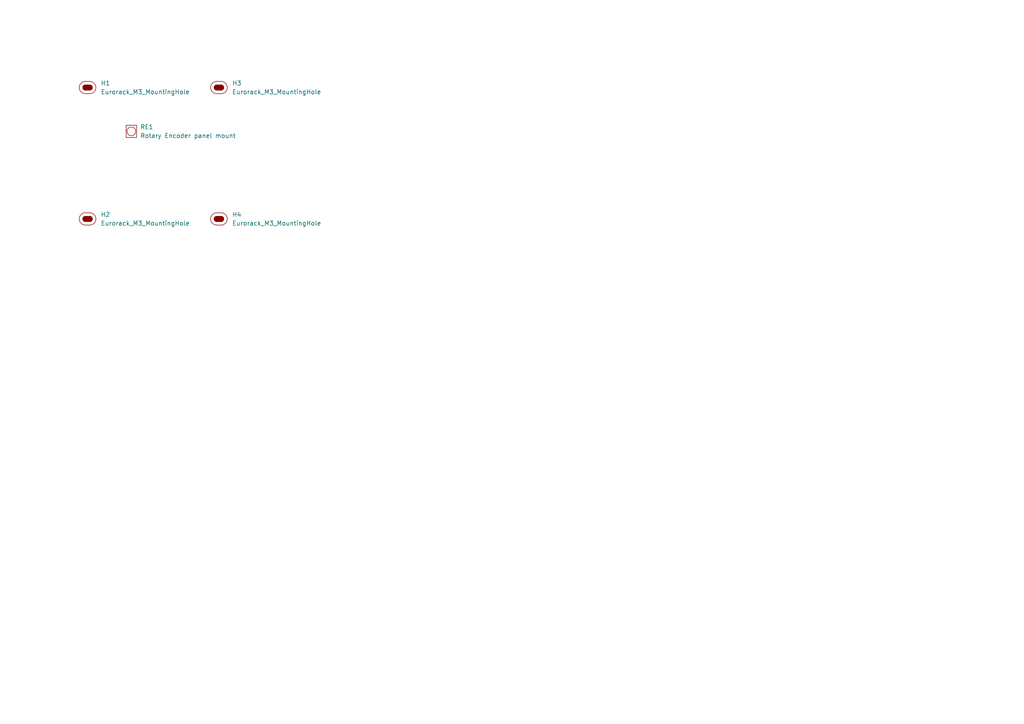
<source format=kicad_sch>
(kicad_sch (version 20250114) (generator "eeschema") (generator_version "9.0")
  (paper "A4")
  (lib_symbols
    (symbol "EXC:Eurorack_M3_MountingHole" (pin_names (offset 1.016))
      (property "Reference" "H" (at 0 5.08 0))
      (property "Value" "Eurorack_M3_MountingHole" (at 0 3.175 0))
      (symbol "Eurorack_M3_MountingHole_0_1"
        (polyline (pts (xy -0.635 0.762) (xy 0.635 0.762)))
        (circle (center -0.635 0) (radius 0.762) (fill (type outline)))
        (arc (start -0.635 -0.762) (mid -1.397 0) (end -0.635 0.762))
        (arc (start -0.635 -1.778) (mid -2.413 0) (end -0.635 1.778))
        (polyline (pts (xy -0.635 -0.762) (xy 0.635 -0.762)))
        (polyline (pts (xy -0.635 -1.778) (xy 0.635 -1.778)))
        (circle (center 0 0) (radius 0.762) (fill (type outline)))
        (polyline (pts (xy 0.635 1.778) (xy -0.635 1.778)))
        (arc (start 0.6141 1.778) (mid 2.4131 0) (end 0.6141 -1.778))
        (arc (start 0.6227 0.762) (mid 1.3971 0) (end 0.6227 -0.762))
        (circle (center 0.635 0) (radius 0.762) (fill (type outline)))
      )
    )
    (symbol "EXC:Rotary_Encoder_Mount_M7"
      (property "Reference" "RE" (at 0 2.794 0))
      (property "Value" "Rotary Encoder panel mount" (at 0 -2.794 0))
      (symbol "Rotary_Encoder_Mount_M7_0_1"
        (rectangle (start -1.524 1.778) (end 1.524 -1.778))
        (circle (center 0 0) (radius 1.27))
      )
    )
  )
  (symbol (lib_id "EXC:Eurorack_M3_MountingHole") (at 25.4 63.5 0) (unit 1)
    (property "Reference" "H2" (at 29.21 62.2299 0) (effects (justify left)))
    (property "Value" "Eurorack_M3_MountingHole" (at 29.21 64.7699 0) (effects (justify left)))
    (property "Footprint" "EXC:MountingHole_3.2mm_M3" (effects (hide yes)))
    (property "Description" "Mounting Hole without connection" (effects (hide yes)))
  )
  (symbol (lib_id "EXC:Eurorack_M3_MountingHole") (at 63.5 25.4 0) (unit 1)
    (property "Reference" "H3" (at 67.31 24.1299 0) (effects (justify left)))
    (property "Value" "Eurorack_M3_MountingHole" (at 67.31 26.6699 0) (effects (justify left)))
    (property "Footprint" "EXC:MountingHole_3.2mm_M3" (effects (hide yes)))
    (property "Description" "Mounting Hole without connection" (effects (hide yes)))
  )
  (symbol (lib_id "EXC:Rotary_Encoder_Mount_M7") (at 38.1 38.1 0) (unit 1)
    (property "Reference" "RE1" (at 40.64 36.8299 0) (effects (justify left)))
    (property "Value" "Rotary Encoder panel mount" (at 40.64 39.3699 0) (effects (justify left)))
    (property "Footprint" "EXC:Rotary_Encoder_Mount_M7" (effects (hide yes)))
    (property "Datasheet" "https://cdn-shop.adafruit.com/datasheets/pec11.pdf" (effects (hide yes)))
    (property "Description" "https://www.adafruit.com/product/377" (effects (hide yes)))
  )
  (symbol (lib_id "EXC:Eurorack_M3_MountingHole") (at 63.5 63.5 0) (unit 1)
    (property "Reference" "H4" (at 67.31 62.2299 0) (effects (justify left)))
    (property "Value" "Eurorack_M3_MountingHole" (at 67.31 64.7699 0) (effects (justify left)))
    (property "Footprint" "EXC:MountingHole_3.2mm_M3" (effects (hide yes)))
    (property "Description" "Mounting Hole without connection" (effects (hide yes)))
  )
  (symbol (lib_id "EXC:Eurorack_M3_MountingHole") (at 25.4 25.4 0) (unit 1)
    (property "Reference" "H1" (at 29.21 24.1299 0) (effects (justify left)))
    (property "Value" "Eurorack_M3_MountingHole" (at 29.21 26.6699 0) (effects (justify left)))
    (property "Footprint" "EXC:MountingHole_3.2mm_M3" (effects (hide yes)))
    (property "Description" "Mounting Hole without connection" (effects (hide yes)))
  )
)
</source>
